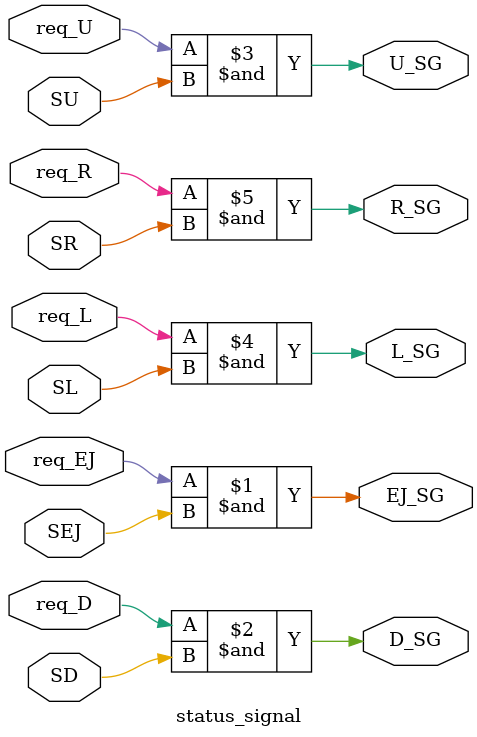
<source format=v>
module status_signal (R_SG, L_SG, U_SG, D_SG, EJ_SG,req_R, req_L, req_U, req_D, req_EJ, SR, SL, SU, SD, SEJ);

  output R_SG, L_SG, U_SG, D_SG, EJ_SG;
  input req_R, req_L, req_U, req_D, req_EJ;
  input SR, SL, SU, SD, SEJ;  
  assign {R_SG,L_SG,U_SG,D_SG,EJ_SG} = 
				{req_R & SR,
				 req_L & SL,
				 req_U & SU,
				 req_D & SD,
				 req_EJ & SEJ};
endmodule

</source>
